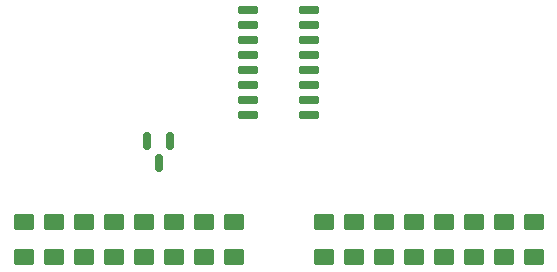
<source format=gbr>
%TF.GenerationSoftware,KiCad,Pcbnew,9.0.7*%
%TF.CreationDate,2026-02-03T13:57:44+01:00*%
%TF.ProjectId,lokho2-inputs,6c6f6b68-6f32-42d6-996e-707574732e6b,rev?*%
%TF.SameCoordinates,Original*%
%TF.FileFunction,Paste,Top*%
%TF.FilePolarity,Positive*%
%FSLAX46Y46*%
G04 Gerber Fmt 4.6, Leading zero omitted, Abs format (unit mm)*
G04 Created by KiCad (PCBNEW 9.0.7) date 2026-02-03 13:57:44*
%MOMM*%
%LPD*%
G01*
G04 APERTURE LIST*
G04 Aperture macros list*
%AMRoundRect*
0 Rectangle with rounded corners*
0 $1 Rounding radius*
0 $2 $3 $4 $5 $6 $7 $8 $9 X,Y pos of 4 corners*
0 Add a 4 corners polygon primitive as box body*
4,1,4,$2,$3,$4,$5,$6,$7,$8,$9,$2,$3,0*
0 Add four circle primitives for the rounded corners*
1,1,$1+$1,$2,$3*
1,1,$1+$1,$4,$5*
1,1,$1+$1,$6,$7*
1,1,$1+$1,$8,$9*
0 Add four rect primitives between the rounded corners*
20,1,$1+$1,$2,$3,$4,$5,0*
20,1,$1+$1,$4,$5,$6,$7,0*
20,1,$1+$1,$6,$7,$8,$9,0*
20,1,$1+$1,$8,$9,$2,$3,0*%
G04 Aperture macros list end*
%ADD10RoundRect,0.250001X0.624999X-0.462499X0.624999X0.462499X-0.624999X0.462499X-0.624999X-0.462499X0*%
%ADD11RoundRect,0.150000X-0.725000X-0.150000X0.725000X-0.150000X0.725000X0.150000X-0.725000X0.150000X0*%
%ADD12RoundRect,0.150000X-0.150000X0.587500X-0.150000X-0.587500X0.150000X-0.587500X0.150000X0.587500X0*%
G04 APERTURE END LIST*
D10*
%TO.C,D9*%
X164770000Y-99370000D03*
X164770000Y-96395000D03*
%TD*%
%TO.C,D6*%
X157150000Y-99370000D03*
X157150000Y-96395000D03*
%TD*%
%TO.C,D7*%
X159690000Y-99370000D03*
X159690000Y-96395000D03*
%TD*%
%TO.C,D2*%
X146990000Y-99370000D03*
X146990000Y-96395000D03*
%TD*%
D11*
%TO.C,U1*%
X166005000Y-78415000D03*
X166005000Y-79685000D03*
X166005000Y-80955000D03*
X166005000Y-82225000D03*
X166005000Y-83495000D03*
X166005000Y-84765000D03*
X166005000Y-86035000D03*
X166005000Y-87305000D03*
X171155000Y-87305000D03*
X171155000Y-86035000D03*
X171155000Y-84765000D03*
X171155000Y-83495000D03*
X171155000Y-82225000D03*
X171155000Y-80955000D03*
X171155000Y-79685000D03*
X171155000Y-78415000D03*
%TD*%
D10*
%TO.C,D12*%
X177470000Y-99370000D03*
X177470000Y-96395000D03*
%TD*%
%TO.C,D15*%
X185090000Y-99370000D03*
X185090000Y-96395000D03*
%TD*%
D12*
%TO.C,Q1*%
X159370000Y-89542500D03*
X157470000Y-89542500D03*
X158420000Y-91417500D03*
%TD*%
D10*
%TO.C,D3*%
X149530000Y-99370000D03*
X149530000Y-96395000D03*
%TD*%
%TO.C,D5*%
X154610000Y-99370000D03*
X154610000Y-96395000D03*
%TD*%
%TO.C,D14*%
X182550000Y-99370000D03*
X182550000Y-96395000D03*
%TD*%
%TO.C,D10*%
X172390000Y-99370000D03*
X172390000Y-96395000D03*
%TD*%
%TO.C,D13*%
X180010000Y-99370000D03*
X180010000Y-96395000D03*
%TD*%
%TO.C,D17*%
X190170000Y-99370000D03*
X190170000Y-96395000D03*
%TD*%
%TO.C,D4*%
X152070000Y-99370000D03*
X152070000Y-96395000D03*
%TD*%
%TO.C,D11*%
X174930000Y-99370000D03*
X174930000Y-96395000D03*
%TD*%
%TO.C,D8*%
X162230000Y-99370000D03*
X162230000Y-96395000D03*
%TD*%
%TO.C,D16*%
X187630000Y-99370000D03*
X187630000Y-96395000D03*
%TD*%
M02*

</source>
